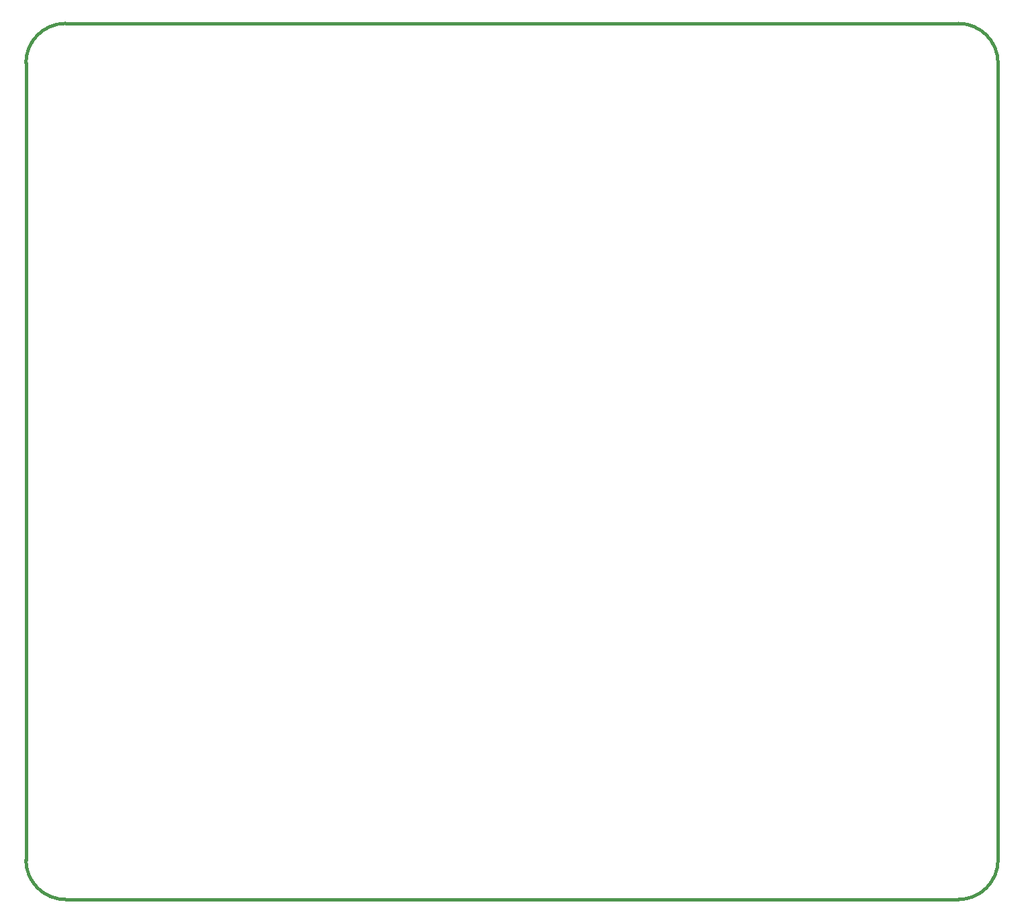
<source format=gbr>
%TF.GenerationSoftware,KiCad,Pcbnew,8.0.5*%
%TF.CreationDate,2025-04-27T01:42:02+08:00*%
%TF.ProjectId,STM32_learning,53544d33-325f-46c6-9561-726e696e672e,rev?*%
%TF.SameCoordinates,Original*%
%TF.FileFunction,Profile,NP*%
%FSLAX46Y46*%
G04 Gerber Fmt 4.6, Leading zero omitted, Abs format (unit mm)*
G04 Created by KiCad (PCBNEW 8.0.5) date 2025-04-27 01:42:02*
%MOMM*%
%LPD*%
G01*
G04 APERTURE LIST*
%TA.AperFunction,Profile*%
%ADD10C,0.381000*%
%TD*%
G04 APERTURE END LIST*
D10*
X25500000Y-145000000D02*
X25500000Y-44500000D01*
X30500000Y-39500000D02*
X143000000Y-39500000D01*
X143000000Y-39500000D02*
G75*
G02*
X148000000Y-44500000I0J-5000000D01*
G01*
X148000000Y-44500000D02*
X148000000Y-145000000D01*
X30500000Y-150000000D02*
G75*
G02*
X25500000Y-145000000I0J5000000D01*
G01*
X25500000Y-44500000D02*
G75*
G02*
X30500000Y-39500000I5000000J0D01*
G01*
X143000000Y-150000000D02*
X30500000Y-150000000D01*
X148000000Y-145000000D02*
G75*
G02*
X143000000Y-150000000I-5000000J0D01*
G01*
M02*

</source>
